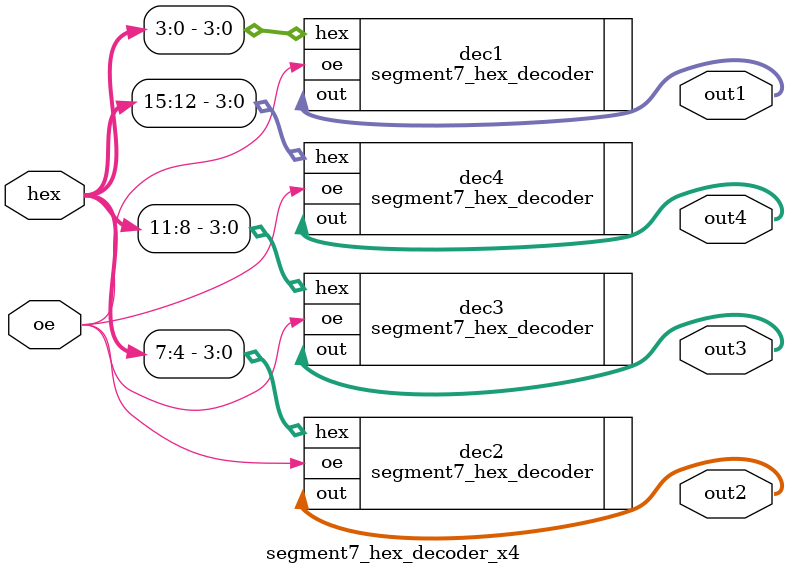
<source format=v>
module segment7_hex_decoder_x4
(
	input oe,
	input [15:0] hex,
	output [6:0] out1,
	output [6:0] out2,
	output [6:0] out3,
	output [6:0] out4
);

	segment7_hex_decoder dec1(.oe(oe), .hex(hex[3:0]), .out(out1));
	segment7_hex_decoder dec2(.oe(oe), .hex(hex[7:4]), .out(out2));
	segment7_hex_decoder dec3(.oe(oe), .hex(hex[11:8]), .out(out3));
	segment7_hex_decoder dec4(.oe(oe), .hex(hex[15:12]), .out(out4));

endmodule
</source>
